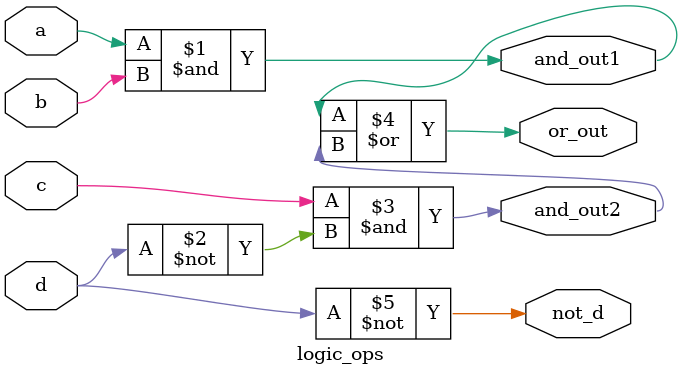
<source format=v>
module logic_ops(
    input a, b, c, d,
    output and_out1, and_out2, or_out, not_d
);
    assign and_out1 = a & b;
    assign and_out2 = c & ~d; // AND operation between c and the inverted value of d
    assign or_out = and_out1 | and_out2; // OR operation between and_out1 and and_out2
    assign not_d = ~d;

endmodule
</source>
